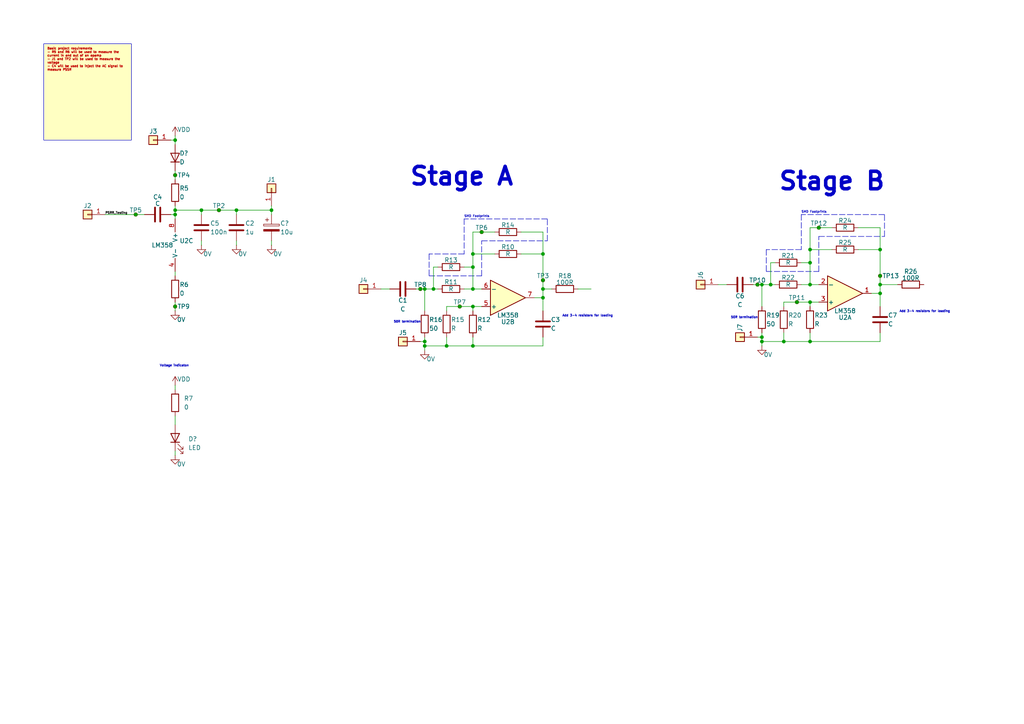
<source format=kicad_sch>
(kicad_sch (version 20250114) (generator "eeschema") (generator_version "9.0")
  (paper "A4")
  (title_block (title "${TITLE}") (date "2025-03-28") (rev "${REVISION}") (company "${COMPANY}"))
  (lib_symbols
    (symbol "Amplifier_Operational:LM358" (pin_names (offset 0.127))
      (property "Reference" "U" (at 0 5.08 0))
      (property "Value" "LM358" (at 0 -5.08 0))
      (symbol "LM358_1_1"
        (polyline (pts (xy -5.08 5.08) (xy 5.08 0) (xy -5.08 -5.08) (xy -5.08 5.08)) (stroke (width 0.254)) (fill (type background)))
        (pin input line (at -7.62 2.54 0) (length 2.54) (name "+") (number "3"))
        (pin input line (at -7.62 -2.54 0) (length 2.54) (name "-") (number "2"))
        (pin output line (at 7.62 0 180) (length 2.54) (name "~") (number "1"))
      )
      (symbol "LM358_2_1"
        (polyline (pts (xy -5.08 5.08) (xy 5.08 0) (xy -5.08 -5.08) (xy -5.08 5.08)) (stroke (width 0.254)) (fill (type background)))
        (pin input line (at -7.62 2.54 0) (length 2.54) (name "+") (number "5"))
        (pin input line (at -7.62 -2.54 0) (length 2.54) (name "-") (number "6"))
        (pin output line (at 7.62 0 180) (length 2.54) (name "~") (number "7"))
      )
      (symbol "LM358_3_1"
        (pin power_in line (at -2.54 7.62 270) (length 3.81) (name "V+") (number "8"))
        (pin power_in line (at -2.54 -7.62 90) (length 3.81) (name "V-") (number "4"))
      )
    )
    (symbol "Connector:TestPoint_Small" (pin_numbers (hide yes)) (pin_names (offset 0.762) (hide yes))
      (property "Reference" "TP" (at 0 3.81 0))
      (property "Value" "TestPoint_Small" (at 0 2.032 0))
      (symbol "TestPoint_Small_0_1"
        (circle (center 0 0) (radius 0.508))
      )
      (symbol "TestPoint_Small_1_1"
        (pin passive line (at 0 0 90) (length 0) (name "1") (number "1"))
      )
    )
    (symbol "Connector_Generic:Conn_01x01" (pin_names (offset 1.016) (hide yes))
      (property "Reference" "J" (at 0 2.54 0))
      (property "Value" "Conn_01x01" (at 0 -2.54 0))
      (symbol "Conn_01x01_1_1"
        (rectangle (start -1.27 1.27) (end 1.27 -1.27) (stroke (width 0.254)) (fill (type background)))
        (rectangle (start -1.27 0.127) (end 0 -0.127) (stroke (width 0.1524)))
        (pin passive line (at -5.08 0 0) (length 3.81) (name "Pin_1") (number "1"))
      )
    )
    (symbol "Device:C" (pin_numbers (hide yes)) (pin_names (offset 0.254))
      (property "Reference" "C" (at 0.635 2.54 0))
      (property "Value" "C" (at 0.635 -2.54 0))
      (symbol "C_0_1"
        (polyline (pts (xy -2.032 0.762) (xy 2.032 0.762)) (stroke (width 0.508)))
        (polyline (pts (xy -2.032 -0.762) (xy 2.032 -0.762)) (stroke (width 0.508)))
      )
      (symbol "C_1_1"
        (pin passive line (at 0 3.81 270) (length 2.794) (name "~") (number "1"))
        (pin passive line (at 0 -3.81 90) (length 2.794) (name "~") (number "2"))
      )
    )
    (symbol "Device:C_Polarized" (pin_numbers (hide yes)) (pin_names (offset 0.254))
      (property "Reference" "C" (at 0.635 2.54 0))
      (property "Value" "C_Polarized" (at 0.635 -2.54 0))
      (symbol "C_Polarized_0_1"
        (rectangle (start -2.286 0.508) (end 2.286 1.016))
        (polyline (pts (xy -1.778 2.286) (xy -0.762 2.286)))
        (polyline (pts (xy -1.27 2.794) (xy -1.27 1.778)))
        (rectangle (start 2.286 -0.508) (end -2.286 -1.016) (fill (type outline)))
      )
      (symbol "C_Polarized_1_1"
        (pin passive line (at 0 3.81 270) (length 2.794) (name "~") (number "1"))
        (pin passive line (at 0 -3.81 90) (length 2.794) (name "~") (number "2"))
      )
    )
    (symbol "Device:D" (pin_numbers (hide yes)) (pin_names (offset 1.016) (hide yes))
      (property "Reference" "D" (at 0 2.54 0))
      (property "Value" "D" (at 0 -2.54 0))
      (symbol "D_0_1"
        (polyline (pts (xy -1.27 1.27) (xy -1.27 -1.27)) (stroke (width 0.254)))
        (polyline (pts (xy 1.27 1.27) (xy 1.27 -1.27) (xy -1.27 0) (xy 1.27 1.27)) (stroke (width 0.254)))
        (polyline (pts (xy 1.27 0) (xy -1.27 0)))
      )
      (symbol "D_1_1"
        (pin passive line (at -3.81 0 0) (length 2.54) (name "K") (number "1"))
        (pin passive line (at 3.81 0 180) (length 2.54) (name "A") (number "2"))
      )
    )
    (symbol "Device:LED" (pin_numbers (hide yes)) (pin_names (offset 1.016) (hide yes))
      (property "Reference" "D" (at 0 2.54 0))
      (property "Value" "LED" (at 0 -2.54 0))
      (symbol "LED_0_1"
        (polyline (pts (xy -3.048 -0.762) (xy -4.572 -2.286) (xy -3.81 -2.286) (xy -4.572 -2.286) (xy -4.572 -1.524)))
        (polyline (pts (xy -1.778 -0.762) (xy -3.302 -2.286) (xy -2.54 -2.286) (xy -3.302 -2.286) (xy -3.302 -1.524)))
        (polyline (pts (xy -1.27 0) (xy 1.27 0)))
        (polyline (pts (xy -1.27 -1.27) (xy -1.27 1.27)) (stroke (width 0.254)))
        (polyline (pts (xy 1.27 -1.27) (xy 1.27 1.27) (xy -1.27 0) (xy 1.27 -1.27)) (stroke (width 0.254)))
      )
      (symbol "LED_1_1"
        (pin passive line (at -3.81 0 0) (length 2.54) (name "K") (number "1"))
        (pin passive line (at 3.81 0 180) (length 2.54) (name "A") (number "2"))
      )
    )
    (symbol "Device:R" (pin_numbers (hide yes)) (pin_names (offset 0))
      (property "Reference" "R" (at 2.032 0 90))
      (property "Value" "R" (at 0 0 90))
      (symbol "R_0_1"
        (rectangle (start -1.016 -2.54) (end 1.016 2.54) (stroke (width 0.254)))
      )
      (symbol "R_1_1"
        (pin passive line (at 0 3.81 270) (length 1.27) (name "~") (number "1"))
        (pin passive line (at 0 -3.81 90) (length 1.27) (name "~") (number "2"))
      )
    )
    (symbol "power:GND" (power) (pin_numbers (hide yes)) (pin_names (offset 0) (hide yes))
      (property "Value" "GND" (at 0 -3.81 0))
      (symbol "GND_0_1"
        (polyline (pts (xy 0 0) (xy 0 -1.27) (xy 1.27 -1.27) (xy 0 -2.54) (xy -1.27 -1.27) (xy 0 -1.27)))
      )
      (symbol "GND_1_1"
        (pin power_in line (at 0 0 270) (length 0) (name "~") (number "1"))
      )
    )
    (symbol "power:VDD" (power) (pin_numbers (hide yes)) (pin_names (offset 0) (hide yes))
      (property "Value" "VDD" (at 0 3.556 0))
      (symbol "VDD_0_1"
        (polyline (pts (xy -0.762 1.27) (xy 0 2.54)))
        (polyline (pts (xy 0 2.54) (xy 0.762 1.27)))
        (polyline (pts (xy 0 0) (xy 0 2.54)))
      )
      (symbol "VDD_1_1"
        (pin power_in line (at 0 0 90) (length 0) (name "~") (number "1"))
      )
    )
  )
  (text "Stage A" (at 133.9248 51.3036 0) (effects (font (size 5.08 5.08) (thickness 1.016) (bold yes))))
  (text "Stage B" (at 241.3 52.705 0) (effects (font (size 5.08 5.08) (thickness 1.016) (bold yes))))
  (text "SMD Footprints" (at 134.62 63.246 0) (effects (font (size 0.635 0.635) (thickness 0.127) (bold yes)) (justify left bottom)))
  (text "Add 3-4 resistors for loading" (at 170.434 91.694 0) (effects (font (size 0.635 0.635))))
  (text "SMD Footprints" (at 232.41 61.976 0) (effects (font (size 0.635 0.635) (thickness 0.127) (bold yes)) (justify left bottom)))
  (text "50R termination" (at 215.9 92.202 0) (effects (font (size 0.635 0.635))))
  (text "50R termination" (at 118.11 93.472 0) (effects (font (size 0.635 0.635))))
  (text "Voltage indicaton" (at 50.546 106.172 0) (effects (font (size 0.635 0.635))))
  (text "Add 3-4 resistors for loading" (at 268.224 90.424 0) (effects (font (size 0.635 0.635))))
  (text_box "Basic project requirements\n- R5 and R6 will be used to measure the current in and out of an opamp\n- J1 and TP2 will be used to measure the voltage\n- C4 will be used to inject the AC signal to measure PSSR" (at 12.7 12.7 0) (size 25.4 27.94) (margins 0.9525 0.9525 0.9525 0.9525) (fill (type color) (color 255 255 194 1)) (effects (font (size 0.635 0.635) (thickness 0.508) (bold yes)) (justify left top)))
  (junction (at 50.8 40.64))
  (junction (at 68.58 60.96))
  (junction (at 157.48 83.82))
  (junction (at 220.98 97.79))
  (junction (at 50.8 60.96))
  (junction (at 223.52 82.55))
  (junction (at 50.8 88.9))
  (junction (at 237.49 66.04))
  (junction (at 137.16 100.33))
  (junction (at 157.48 73.66))
  (junction (at 58.42 60.96))
  (junction (at 220.98 99.06))
  (junction (at 157.48 81.28))
  (junction (at 123.19 100.33))
  (junction (at 121.92 83.82))
  (junction (at 231.14 87.63))
  (junction (at 137.16 88.9))
  (junction (at 125.73 83.82))
  (junction (at 133.35 88.9))
  (junction (at 50.8 62.23))
  (junction (at 255.27 80.01))
  (junction (at 50.8 50.8))
  (junction (at 123.19 83.82))
  (junction (at 137.16 73.66))
  (junction (at 157.48 86.36))
  (junction (at 227.33 99.06))
  (junction (at 219.71 82.55))
  (junction (at 63.5 60.96))
  (junction (at 78.74 60.96))
  (junction (at 234.95 87.63))
  (junction (at 234.95 99.06))
  (junction (at 129.54 100.33))
  (junction (at 255.27 85.09))
  (junction (at 220.98 82.55))
  (junction (at 139.7 67.31))
  (junction (at 255.27 82.55))
  (junction (at 234.95 72.39))
  (junction (at 137.16 77.47))
  (junction (at 234.95 76.2))
  (junction (at 234.95 82.55))
  (junction (at 255.27 72.39))
  (junction (at 137.16 83.82))
  (junction (at 39.37 62.23))
  (junction (at 123.19 99.06))
  (polyline (pts (xy 256.54 62.23) (xy 232.41 62.23)) (stroke (width 0) (type dash)))
  (wire (pts (xy 137.16 67.31) (xy 137.16 73.66)))
  (wire (pts (xy 129.54 90.17) (xy 129.54 88.9)))
  (wire (pts (xy 234.95 99.06) (xy 234.95 96.52)))
  (wire (pts (xy 237.49 66.04) (xy 234.95 66.04)))
  (wire (pts (xy 157.48 73.66) (xy 151.13 73.66)))
  (wire (pts (xy 58.42 69.85) (xy 58.42 71.12)))
  (wire (pts (xy 78.74 60.96) (xy 68.58 60.96)))
  (polyline (pts (xy 134.62 63.5) (xy 134.62 73.66)) (stroke (width 0) (type dash)))
  (wire (pts (xy 219.71 82.55) (xy 220.98 82.55)))
  (wire (pts (xy 255.27 66.04) (xy 248.92 66.04)))
  (wire (pts (xy 143.51 73.66) (xy 137.16 73.66)))
  (wire (pts (xy 234.95 76.2) (xy 234.95 82.55)))
  (wire (pts (xy 58.42 60.96) (xy 58.42 62.23)))
  (wire (pts (xy 227.33 99.06) (xy 234.95 99.06)))
  (wire (pts (xy 137.16 77.47) (xy 137.16 83.82)))
  (wire (pts (xy 123.19 100.33) (xy 123.19 99.06)))
  (wire (pts (xy 143.51 67.31) (xy 139.7 67.31)))
  (wire (pts (xy 50.8 120.65) (xy 50.8 123.19)))
  (wire (pts (xy 255.27 85.09) (xy 255.27 88.9)))
  (wire (pts (xy 129.54 100.33) (xy 137.16 100.33)))
  (wire (pts (xy 255.27 80.01) (xy 255.27 72.39)))
  (wire (pts (xy 224.79 76.2) (xy 223.52 76.2)))
  (wire (pts (xy 123.19 100.33) (xy 129.54 100.33)))
  (polyline (pts (xy 134.62 73.66) (xy 124.46 73.66)) (stroke (width 0) (type dash)))
  (wire (pts (xy 218.44 82.55) (xy 219.71 82.55)))
  (wire (pts (xy 50.8 49.53) (xy 50.8 50.8)))
  (wire (pts (xy 129.54 100.33) (xy 129.54 97.79)))
  (wire (pts (xy 255.27 96.52) (xy 255.27 99.06)))
  (wire (pts (xy 227.33 99.06) (xy 227.33 96.52)))
  (wire (pts (xy 255.27 82.55) (xy 260.35 82.55)))
  (wire (pts (xy 78.74 59.69) (xy 78.74 60.96)))
  (polyline (pts (xy 158.75 69.85) (xy 158.75 63.5)) (stroke (width 0) (type dash)))
  (wire (pts (xy 137.16 100.33) (xy 137.16 97.79)))
  (polyline (pts (xy 222.25 78.74) (xy 237.49 78.74)) (stroke (width 0) (type dash)))
  (wire (pts (xy 234.95 66.04) (xy 234.95 72.39)))
  (wire (pts (xy 125.73 83.82) (xy 127 83.82)))
  (wire (pts (xy 220.98 82.55) (xy 223.52 82.55)))
  (wire (pts (xy 58.42 60.96) (xy 63.5 60.96)))
  (wire (pts (xy 50.8 60.96) (xy 58.42 60.96)))
  (wire (pts (xy 137.16 88.9) (xy 139.7 88.9)))
  (polyline (pts (xy 124.46 73.66) (xy 124.46 80.01)) (stroke (width 0) (type dash)))
  (wire (pts (xy 137.16 77.47) (xy 134.62 77.47)))
  (wire (pts (xy 234.95 99.06) (xy 255.27 99.06)))
  (wire (pts (xy 123.19 83.82) (xy 123.19 90.17)))
  (wire (pts (xy 63.5 60.96) (xy 68.58 60.96)))
  (wire (pts (xy 137.16 83.82) (xy 139.7 83.82)))
  (wire (pts (xy 127 77.47) (xy 125.73 77.47)))
  (wire (pts (xy 49.53 40.64) (xy 50.8 40.64)))
  (wire (pts (xy 137.16 90.17) (xy 137.16 88.9)))
  (wire (pts (xy 39.37 62.23) (xy 41.91 62.23)))
  (polyline (pts (xy 232.41 72.39) (xy 222.25 72.39)) (stroke (width 0) (type dash)))
  (wire (pts (xy 223.52 82.55) (xy 224.79 82.55)))
  (wire (pts (xy 123.19 83.82) (xy 125.73 83.82)))
  (wire (pts (xy 137.16 73.66) (xy 137.16 77.47)))
  (wire (pts (xy 121.92 99.06) (xy 123.19 99.06)))
  (wire (pts (xy 157.48 86.36) (xy 157.48 90.17)))
  (wire (pts (xy 234.95 87.63) (xy 237.49 87.63)))
  (wire (pts (xy 255.27 72.39) (xy 248.92 72.39)))
  (wire (pts (xy 157.48 83.82) (xy 157.48 81.28)))
  (polyline (pts (xy 256.54 68.58) (xy 256.54 62.23)) (stroke (width 0) (type dash)))
  (polyline (pts (xy 222.25 72.39) (xy 222.25 78.74)) (stroke (width 0) (type dash)))
  (wire (pts (xy 123.19 101.6) (xy 123.19 100.33)))
  (wire (pts (xy 220.98 99.06) (xy 227.33 99.06)))
  (wire (pts (xy 50.8 87.63) (xy 50.8 88.9)))
  (polyline (pts (xy 139.7 69.85) (xy 158.75 69.85)) (stroke (width 0) (type dash)))
  (polyline (pts (xy 124.46 80.01) (xy 139.7 80.01)) (stroke (width 0) (type dash)))
  (wire (pts (xy 123.19 99.06) (xy 123.19 97.79)))
  (wire (pts (xy 30.48 62.23) (xy 39.37 62.23)))
  (wire (pts (xy 139.7 67.31) (xy 137.16 67.31)))
  (wire (pts (xy 167.64 83.82) (xy 171.45 83.82)))
  (wire (pts (xy 50.8 60.96) (xy 50.8 62.23)))
  (wire (pts (xy 78.74 69.85) (xy 78.74 71.12)))
  (wire (pts (xy 157.48 86.36) (xy 157.48 83.82)))
  (wire (pts (xy 50.8 50.8) (xy 50.8 52.07)))
  (wire (pts (xy 227.33 88.9) (xy 227.33 87.63)))
  (wire (pts (xy 223.52 76.2) (xy 223.52 82.55)))
  (wire (pts (xy 157.48 97.79) (xy 157.48 100.33)))
  (wire (pts (xy 232.41 82.55) (xy 234.95 82.55)))
  (wire (pts (xy 234.95 76.2) (xy 232.41 76.2)))
  (wire (pts (xy 241.3 72.39) (xy 234.95 72.39)))
  (wire (pts (xy 255.27 72.39) (xy 255.27 66.04)))
  (wire (pts (xy 50.8 78.74) (xy 50.8 80.01)))
  (wire (pts (xy 157.48 67.31) (xy 151.13 67.31)))
  (wire (pts (xy 157.48 83.82) (xy 160.02 83.82)))
  (wire (pts (xy 234.95 82.55) (xy 237.49 82.55)))
  (wire (pts (xy 219.71 97.79) (xy 220.98 97.79)))
  (wire (pts (xy 50.8 111.76) (xy 50.8 113.03)))
  (wire (pts (xy 255.27 85.09) (xy 255.27 82.55)))
  (wire (pts (xy 110.49 83.82) (xy 113.03 83.82)))
  (wire (pts (xy 137.16 100.33) (xy 157.48 100.33)))
  (wire (pts (xy 129.54 88.9) (xy 133.35 88.9)))
  (wire (pts (xy 154.94 86.36) (xy 157.48 86.36)))
  (wire (pts (xy 220.98 97.79) (xy 220.98 96.52)))
  (wire (pts (xy 134.62 83.82) (xy 137.16 83.82)))
  (wire (pts (xy 50.8 130.81) (xy 50.8 132.08)))
  (wire (pts (xy 50.8 59.69) (xy 50.8 60.96)))
  (polyline (pts (xy 232.41 62.23) (xy 232.41 72.39)) (stroke (width 0) (type dash)))
  (wire (pts (xy 234.95 72.39) (xy 234.95 76.2)))
  (wire (pts (xy 157.48 73.66) (xy 157.48 67.31)))
  (wire (pts (xy 241.3 66.04) (xy 237.49 66.04)))
  (polyline (pts (xy 237.49 78.74) (xy 237.49 68.58)) (stroke (width 0) (type dash)))
  (polyline (pts (xy 139.7 80.01) (xy 139.7 69.85)) (stroke (width 0) (type dash)))
  (wire (pts (xy 121.92 83.82) (xy 123.19 83.82)))
  (wire (pts (xy 231.14 87.63) (xy 234.95 87.63)))
  (wire (pts (xy 50.8 40.64) (xy 50.8 41.91)))
  (wire (pts (xy 208.28 82.55) (xy 210.82 82.55)))
  (wire (pts (xy 220.98 99.06) (xy 220.98 97.79)))
  (wire (pts (xy 227.33 87.63) (xy 231.14 87.63)))
  (polyline (pts (xy 158.75 63.5) (xy 134.62 63.5)) (stroke (width 0) (type dash)))
  (wire (pts (xy 220.98 100.33) (xy 220.98 99.06)))
  (polyline (pts (xy 237.49 68.58) (xy 256.54 68.58)) (stroke (width 0) (type dash)))
  (wire (pts (xy 252.73 85.09) (xy 255.27 85.09)))
  (wire (pts (xy 220.98 82.55) (xy 220.98 88.9)))
  (wire (pts (xy 78.74 60.96) (xy 78.74 62.23)))
  (wire (pts (xy 157.48 81.28) (xy 157.48 73.66)))
  (wire (pts (xy 234.95 88.9) (xy 234.95 87.63)))
  (wire (pts (xy 133.35 88.9) (xy 137.16 88.9)))
  (wire (pts (xy 68.58 60.96) (xy 68.58 62.23)))
  (wire (pts (xy 120.65 83.82) (xy 121.92 83.82)))
  (wire (pts (xy 49.53 62.23) (xy 50.8 62.23)))
  (wire (pts (xy 50.8 62.23) (xy 50.8 63.5)))
  (wire (pts (xy 50.8 88.9) (xy 50.8 90.17)))
  (wire (pts (xy 50.8 39.37) (xy 50.8 40.64)))
  (wire (pts (xy 255.27 82.55) (xy 255.27 80.01)))
  (wire (pts (xy 125.73 77.47) (xy 125.73 83.82)))
  (wire (pts (xy 68.58 69.85) (xy 68.58 71.12)))
  (label "PSRR_Testing" (at 30.48 62.23 0) (effects (font (size 0.635 0.635))))
  (symbol (lib_id "Device:C") (at 68.58 66.04 0) (unit 1)
    (property "Reference" "C2" (at 71.12 64.77 0) (effects (justify left)))
    (property "Value" "1u" (at 71.12 67.31 0) (effects (justify left)))
    (property "Footprint" "Capacitor_THT:C_Disc_D7.5mm_W2.5mm_P5.00mm" (effects (hide yes)))
    (property "Description" "Unpolarized capacitor" (effects (hide yes)))
  )
  (symbol (lib_id "Device:R") (at 227.33 92.71 0) (unit 1)
    (property "Reference" "R20" (at 228.6 91.44 0) (effects (justify left)))
    (property "Value" "R" (at 228.6 93.98 0) (effects (justify left)))
    (property "Footprint" "Resistor_SMD:R_0805_2012Metric" (effects (hide yes)))
    (property "Description" "Resistor" (effects (hide yes)))
  )
  (symbol (lib_id "power:VDD") (at 50.8 111.76 0) (unit 1)
    (property "Reference" "#PWR0107" (effects (hide yes)))
    (property "Value" "VDD" (at 53.34 109.982 0))
    (property "Description" "Power symbol creates a global label with name \"VDD\"" (effects (hide yes)))
  )
  (symbol (lib_id "Device:LED") (at 50.8 127 90) (unit 1)
    (property "Reference" "D?" (at 54.61 127.3174 90) (effects (justify right)))
    (property "Value" "LED" (at 54.61 129.8574 90) (effects (justify right)))
    (property "Description" "Light emitting diode" (effects (hide yes)))
    (property "Sim.Pins" "1=K 2=A" (effects (hide yes)))
  )
  (symbol (lib_id "Connector:TestPoint_Small") (at 50.8 50.8 0) (unit 1)
    (property "Reference" "TP4" (at 53.34 50.8 0))
    (property "Value" "TestPoint_Small" (effects (hide yes)))
    (property "Description" "test point" (effects (hide yes)))
  )
  (symbol (lib_id "Device:R") (at 147.32 73.66 90) (unit 1)
    (property "Reference" "R10" (at 147.32 71.628 90))
    (property "Value" "R" (at 147.32 73.66 90))
    (property "Footprint" "Resistor_THT:R_Axial_DIN0207_L6.3mm_D2.5mm_P10.16mm_Horizontal" (effects (hide yes)))
    (property "Description" "Resistor" (effects (hide yes)))
  )
  (symbol (lib_id "Device:R") (at 130.81 77.47 90) (unit 1)
    (property "Reference" "R13" (at 130.81 75.438 90))
    (property "Value" "R" (at 130.81 77.47 90))
    (property "Footprint" "Resistor_SMD:R_0805_2012Metric" (effects (hide yes)))
    (property "Description" "Resistor" (effects (hide yes)))
  )
  (symbol (lib_id "Connector:TestPoint_Small") (at 50.8 88.9 0) (unit 1)
    (property "Reference" "TP9" (at 51.435 88.9 0) (effects (justify left)))
    (property "Value" "TestPoint_Small" (effects (hide yes)))
    (property "Description" "test point" (effects (hide yes)))
  )
  (symbol (lib_id "Device:R") (at 50.8 55.88 0) (unit 1)
    (property "Reference" "R5" (at 52.07 54.61 0) (effects (justify left)))
    (property "Value" "0" (at 52.07 57.15 0) (effects (justify left)))
    (property "Description" "Resistor" (effects (hide yes)))
  )
  (symbol (lib_id "Device:C_Polarized") (at 78.74 66.04 0) (unit 1)
    (property "Reference" "C?" (at 81.28 64.77 0) (effects (justify left)))
    (property "Value" "10u" (at 81.28 67.31 0) (effects (justify left)))
    (property "Description" "Polarized capacitor" (effects (hide yes)))
  )
  (symbol (lib_id "power:GND") (at 50.8 90.17 0) (unit 1)
    (property "Reference" "#PWR0101" (effects (hide yes)))
    (property "Value" "0V" (at 52.578 92.71 0))
    (property "Description" "Power symbol creates a global label with name \"GND\" , ground" (effects (hide yes)))
  )
  (symbol (lib_id "Device:C") (at 255.27 92.71 180) (unit 1)
    (property "Reference" "C7" (at 257.556 91.44 0) (effects (justify right)))
    (property "Value" "C" (at 257.556 93.98 0) (effects (justify right)))
    (property "Description" "Unpolarized capacitor" (effects (hide yes)))
  )
  (symbol (lib_id "Device:R") (at 137.16 93.98 0) (unit 1)
    (property "Reference" "R12" (at 138.43 92.71 0) (effects (justify left)))
    (property "Value" "R" (at 138.43 95.25 0) (effects (justify left)))
    (property "Footprint" "Resistor_THT:R_Axial_DIN0207_L6.3mm_D2.5mm_P10.16mm_Horizontal" (effects (hide yes)))
    (property "Description" "Resistor" (effects (hide yes)))
  )
  (symbol (lib_id "Device:R") (at 220.98 92.71 0) (unit 1)
    (property "Reference" "R19" (at 222.25 91.44 0) (effects (justify left)))
    (property "Value" "50" (at 222.25 93.98 0) (effects (justify left)))
    (property "Description" "Resistor" (effects (hide yes)))
  )
  (symbol (lib_id "Connector_Generic:Conn_01x01") (at 44.45 40.64 180) (unit 1)
    (property "Reference" "J3" (at 44.45 38.1 0))
    (property "Value" "Conn_01x01" (effects (hide yes)))
    (property "Footprint" "Connector_PinHeader_2.54mm:PinHeader_1x01_P2.54mm_Vertical" (effects (hide yes)))
    (property "Description" "Generic connector, single row, 01x01, script generated (kicad-library-utils/schlib/autogen/connector/)" (effects (hide yes)))
  )
  (symbol (lib_id "Device:R") (at 228.6 82.55 90) (unit 1)
    (property "Reference" "R22" (at 228.6 80.518 90))
    (property "Value" "R" (at 228.6 82.55 90))
    (property "Footprint" "Resistor_THT:R_Axial_DIN0207_L6.3mm_D2.5mm_P10.16mm_Horizontal" (effects (hide yes)))
    (property "Description" "Resistor" (effects (hide yes)))
  )
  (symbol (lib_id "Device:R") (at 234.95 92.71 0) (unit 1)
    (property "Reference" "R23" (at 236.22 91.44 0) (effects (justify left)))
    (property "Value" "R" (at 236.22 93.98 0) (effects (justify left)))
    (property "Footprint" "Resistor_THT:R_Axial_DIN0207_L6.3mm_D2.5mm_P10.16mm_Horizontal" (effects (hide yes)))
    (property "Description" "Resistor" (effects (hide yes)))
  )
  (symbol (lib_id "power:GND") (at 58.42 71.12 0) (unit 1)
    (property "Reference" "#PWR0114" (effects (hide yes)))
    (property "Value" "0V" (at 60.198 73.66 0))
    (property "Description" "Power symbol creates a global label with name \"GND\" , ground" (effects (hide yes)))
  )
  (symbol (lib_id "Device:R") (at 264.16 82.55 90) (unit 1)
    (property "Reference" "R26" (at 264.16 78.74 90))
    (property "Value" "100R" (at 264.16 80.645 90))
    (property "Description" "Resistor" (effects (hide yes)))
  )
  (symbol (lib_id "Device:C") (at 58.42 66.04 0) (unit 1)
    (property "Reference" "C5" (at 60.96 64.77 0) (effects (justify left)))
    (property "Value" "100n" (at 60.96 67.31 0) (effects (justify left)))
    (property "Footprint" "Capacitor_THT:C_Disc_D7.5mm_W2.5mm_P5.00mm" (effects (hide yes)))
    (property "Description" "Unpolarized capacitor" (effects (hide yes)))
  )
  (symbol (lib_id "power:GND") (at 68.58 71.12 0) (unit 1)
    (property "Reference" "#PWR0115" (effects (hide yes)))
    (property "Value" "0V" (at 70.358 73.66 0))
    (property "Description" "Power symbol creates a global label with name \"GND\" , ground" (effects (hide yes)))
  )
  (symbol (lib_id "Device:R") (at 123.19 93.98 0) (unit 1)
    (property "Reference" "R16" (at 124.46 92.71 0) (effects (justify left)))
    (property "Value" "50" (at 124.46 95.25 0) (effects (justify left)))
    (property "Description" "Resistor" (effects (hide yes)))
  )
  (symbol (lib_id "Device:R") (at 163.83 83.82 90) (unit 1)
    (property "Reference" "R18" (at 163.83 80.01 90))
    (property "Value" "100R" (at 163.83 81.915 90))
    (property "Description" "Resistor" (effects (hide yes)))
  )
  (symbol (lib_id "Device:C") (at 157.48 93.98 180) (unit 1)
    (property "Reference" "C3" (at 159.766 92.71 0) (effects (justify right)))
    (property "Value" "C" (at 159.766 95.25 0) (effects (justify right)))
    (property "Description" "Unpolarized capacitor" (effects (hide yes)))
  )
  (symbol (lib_id "power:GND") (at 50.8 132.08 0) (unit 1)
    (property "Reference" "#PWR0118" (effects (hide yes)))
    (property "Value" "0V" (at 52.578 134.62 0))
    (property "Description" "Power symbol creates a global label with name \"GND\" , ground" (effects (hide yes)))
  )
  (symbol (lib_id "Device:C") (at 214.63 82.55 90) (unit 1)
    (property "Reference" "C6" (at 214.63 85.852 90))
    (property "Value" "C" (at 214.63 88.392 90))
    (property "Footprint" "Capacitor_THT:C_Disc_D3.8mm_W2.6mm_P2.50mm" (effects (hide yes)))
    (property "Description" "Unpolarized capacitor" (effects (hide yes)))
  )
  (symbol (lib_id "Device:R") (at 130.81 83.82 90) (unit 1)
    (property "Reference" "R11" (at 130.81 81.788 90))
    (property "Value" "R" (at 130.81 83.82 90))
    (property "Footprint" "Resistor_THT:R_Axial_DIN0207_L6.3mm_D2.5mm_P10.16mm_Horizontal" (effects (hide yes)))
    (property "Description" "Resistor" (effects (hide yes)))
  )
  (symbol (lib_id "Connector_Generic:Conn_01x01") (at 25.4 62.23 180) (unit 1)
    (property "Reference" "J2" (at 25.4 59.69 0))
    (property "Value" "Conn_01x01" (effects (hide yes)))
    (property "Footprint" "Connector_PinHeader_2.54mm:PinHeader_1x01_P2.54mm_Vertical" (effects (hide yes)))
    (property "Description" "Generic connector, single row, 01x01, script generated (kicad-library-utils/schlib/autogen/connector/)" (effects (hide yes)))
  )
  (symbol (lib_id "Device:R") (at 129.54 93.98 0) (unit 1)
    (property "Reference" "R15" (at 130.81 92.71 0) (effects (justify left)))
    (property "Value" "R" (at 130.81 95.25 0) (effects (justify left)))
    (property "Footprint" "Resistor_SMD:R_0805_2012Metric" (effects (hide yes)))
    (property "Description" "Resistor" (effects (hide yes)))
  )
  (symbol (lib_id "Connector_Generic:Conn_01x01") (at 214.63 97.79 180) (unit 1)
    (property "Reference" "J7" (at 214.63 96.266 90) (effects (justify right)))
    (property "Value" "Conn_01x01" (effects (hide yes)))
    (property "Footprint" "Connector_PinHeader_2.54mm:PinHeader_1x01_P2.54mm_Vertical" (effects (hide yes)))
    (property "Description" "Generic connector, single row, 01x01, script generated (kicad-library-utils/schlib/autogen/connector/)" (effects (hide yes)))
  )
  (symbol (lib_id "Connector:TestPoint_Small") (at 121.92 83.82 0) (unit 1)
    (property "Reference" "TP8" (at 121.92 82.55 0))
    (property "Value" "TestPoint_Small" (effects (hide yes)))
    (property "Description" "test point" (effects (hide yes)))
  )
  (symbol (lib_id "Connector:TestPoint_Small") (at 255.27 80.01 0) (unit 1)
    (property "Reference" "TP13" (at 255.905 80.01 0) (effects (justify left)))
    (property "Value" "TestPoint_Small" (effects (hide yes)))
    (property "Description" "test point" (effects (hide yes)))
  )
  (symbol (lib_id "Device:R") (at 245.11 66.04 90) (unit 1)
    (property "Reference" "R24" (at 245.11 64.008 90))
    (property "Value" "R" (at 245.11 66.04 90))
    (property "Footprint" "Resistor_SMD:R_0805_2012Metric" (effects (hide yes)))
    (property "Description" "Resistor" (effects (hide yes)))
  )
  (symbol (lib_id "Connector:TestPoint_Small") (at 139.7 67.31 0) (unit 1)
    (property "Reference" "TP6" (at 139.7 66.04 0))
    (property "Value" "TestPoint_Small" (effects (hide yes)))
    (property "Description" "test point" (effects (hide yes)))
  )
  (symbol (lib_id "Connector:TestPoint_Small") (at 231.14 87.63 0) (unit 1)
    (property "Reference" "TP11" (at 231.14 86.36 0))
    (property "Value" "TestPoint_Small" (effects (hide yes)))
    (property "Description" "test point" (effects (hide yes)))
  )
  (symbol (lib_id "Device:D") (at 50.8 45.72 90) (unit 1)
    (property "Reference" "D?" (at 52.07 44.45 90) (effects (justify right)))
    (property "Value" "D" (at 52.07 46.99 90) (effects (justify right)))
    (property "Description" "Diode" (effects (hide yes)))
    (property "Sim.Device" "D" (effects (hide yes)))
    (property "Sim.Pins" "1=K 2=A" (effects (hide yes)))
  )
  (symbol (lib_id "Connector:TestPoint_Small") (at 39.37 62.23 0) (unit 1)
    (property "Reference" "TP5" (at 39.37 60.96 0))
    (property "Value" "TestPoint_Small" (effects (hide yes)))
    (property "Description" "test point" (effects (hide yes)))
  )
  (symbol (lib_id "Device:R") (at 50.8 116.84 0) (unit 1)
    (property "Reference" "R7" (at 53.34 115.5699 0) (effects (justify left)))
    (property "Value" "0" (at 53.34 118.1099 0) (effects (justify left)))
    (property "Description" "Resistor" (effects (hide yes)))
  )
  (symbol (lib_id "Device:R") (at 50.8 83.82 0) (unit 1)
    (property "Reference" "R6" (at 52.07 82.55 0) (effects (justify left)))
    (property "Value" "0" (at 52.07 85.09 0) (effects (justify left)))
    (property "Description" "Resistor" (effects (hide yes)))
  )
  (symbol (lib_id "Connector_Generic:Conn_01x01") (at 78.74 54.61 90) (unit 1)
    (property "Reference" "J1" (at 78.74 52.07 90))
    (property "Value" "Conn_01x01" (effects (hide yes)))
    (property "Footprint" "Connector_PinHeader_2.54mm:PinHeader_1x01_P2.54mm_Vertical" (effects (hide yes)))
    (property "Description" "Generic connector, single row, 01x01, script generated (kicad-library-utils/schlib/autogen/connector/)" (effects (hide yes)))
  )
  (symbol (lib_id "Connector:TestPoint_Small") (at 63.5 60.96 0) (unit 1)
    (property "Reference" "TP2" (at 63.5 59.69 0))
    (property "Value" "TestPoint_Small" (effects (hide yes)))
    (property "Description" "test point" (effects (hide yes)))
  )
  (symbol (lib_id "Connector:TestPoint_Small") (at 133.35 88.9 0) (unit 1)
    (property "Reference" "TP7" (at 133.35 87.63 0))
    (property "Value" "TestPoint_Small" (effects (hide yes)))
    (property "Description" "test point" (effects (hide yes)))
  )
  (symbol (lib_id "Device:R") (at 228.6 76.2 90) (unit 1)
    (property "Reference" "R21" (at 228.6 74.168 90))
    (property "Value" "R" (at 228.6 76.2 90))
    (property "Footprint" "Resistor_SMD:R_0805_2012Metric" (effects (hide yes)))
    (property "Description" "Resistor" (effects (hide yes)))
  )
  (symbol (lib_id "Amplifier_Operational:LM358") (at 245.11 85.09 0) (mirror x) (unit 1)
    (property "Reference" "U2" (at 245.11 92.075 0))
    (property "Value" "LM358" (at 245.11 90.17 0))
    (property "Footprint" "Package_DIP:DIP-8_W7.62mm_Socket" (effects (hide yes)))
    (property "Datasheet" "http://www.ti.com/lit/ds/symlink/lm2904-n.pdf" (effects (hide yes)))
    (property "Description" "Low-Power, Dual Operational Amplifiers, DIP-8/SOIC-8/TO-99-8" (effects (hide yes)))
  )
  (symbol (lib_id "Amplifier_Operational:LM358") (at 53.34 71.12 0) (unit 3)
    (property "Reference" "U2" (at 52.07 69.85 0) (effects (justify left)))
    (property "Value" "LM358" (at 43.942 71.12 0) (effects (justify left)))
    (property "Footprint" "Package_DIP:DIP-8_W7.62mm_Socket" (effects (hide yes)))
    (property "Datasheet" "http://www.ti.com/lit/ds/symlink/lm2904-n.pdf" (effects (hide yes)))
    (property "Description" "Low-Power, Dual Operational Amplifiers, DIP-8/SOIC-8/TO-99-8" (effects (hide yes)))
  )
  (symbol (lib_id "Connector_Generic:Conn_01x01") (at 105.41 83.82 180) (unit 1)
    (property "Reference" "J4" (at 105.41 81.28 0))
    (property "Value" "Conn_01x01" (effects (hide yes)))
    (property "Footprint" "Connector_PinHeader_2.54mm:PinHeader_1x01_P2.54mm_Vertical" (effects (hide yes)))
    (property "Description" "Generic connector, single row, 01x01, script generated (kicad-library-utils/schlib/autogen/connector/)" (effects (hide yes)))
  )
  (symbol (lib_id "Device:R") (at 147.32 67.31 90) (unit 1)
    (property "Reference" "R14" (at 147.32 65.278 90))
    (property "Value" "R" (at 147.32 67.31 90))
    (property "Footprint" "Resistor_SMD:R_0805_2012Metric" (effects (hide yes)))
    (property "Description" "Resistor" (effects (hide yes)))
  )
  (symbol (lib_id "power:GND") (at 78.74 71.12 0) (unit 1)
    (property "Reference" "#PWR0117" (effects (hide yes)))
    (property "Value" "0V" (at 80.518 73.66 0))
    (property "Description" "Power symbol creates a global label with name \"GND\" , ground" (effects (hide yes)))
  )
  (symbol (lib_id "Device:C") (at 45.72 62.23 90) (mirror x) (unit 1)
    (property "Reference" "C4" (at 45.72 57.15 90))
    (property "Value" "C" (at 45.72 59.055 90))
    (property "Description" "Unpolarized capacitor" (effects (hide yes)))
  )
  (symbol (lib_id "Device:R") (at 245.11 72.39 90) (unit 1)
    (property "Reference" "R25" (at 245.11 70.358 90))
    (property "Value" "R" (at 245.11 72.39 90))
    (property "Footprint" "Resistor_THT:R_Axial_DIN0207_L6.3mm_D2.5mm_P10.16mm_Horizontal" (effects (hide yes)))
    (property "Description" "Resistor" (effects (hide yes)))
  )
  (symbol (lib_id "power:GND") (at 220.98 100.33 0) (unit 1)
    (property "Reference" "#PWR0116" (effects (hide yes)))
    (property "Value" "0V" (at 222.758 102.87 0))
    (property "Description" "Power symbol creates a global label with name \"GND\" , ground" (effects (hide yes)))
  )
  (symbol (lib_id "Connector:TestPoint_Small") (at 219.71 82.55 0) (unit 1)
    (property "Reference" "TP10" (at 219.71 81.28 0))
    (property "Value" "TestPoint_Small" (effects (hide yes)))
    (property "Description" "test point" (effects (hide yes)))
  )
  (symbol (lib_id "Device:C") (at 116.84 83.82 90) (unit 1)
    (property "Reference" "C1" (at 116.84 87.122 90))
    (property "Value" "C" (at 116.84 89.662 90))
    (property "Footprint" "Capacitor_THT:C_Disc_D3.8mm_W2.6mm_P2.50mm" (effects (hide yes)))
    (property "Description" "Unpolarized capacitor" (effects (hide yes)))
  )
  (symbol (lib_id "Connector_Generic:Conn_01x01") (at 203.2 82.55 180) (unit 1)
    (property "Reference" "J6" (at 203.2 81.026 90) (effects (justify right)))
    (property "Value" "Conn_01x01" (effects (hide yes)))
    (property "Footprint" "Connector_PinHeader_2.54mm:PinHeader_1x01_P2.54mm_Vertical" (effects (hide yes)))
    (property "Description" "Generic connector, single row, 01x01, script generated (kicad-library-utils/schlib/autogen/connector/)" (effects (hide yes)))
  )
  (symbol (lib_id "power:VDD") (at 50.8 39.37 0) (unit 1)
    (property "Reference" "#PWR0106" (effects (hide yes)))
    (property "Value" "VDD" (at 53.34 37.592 0))
    (property "Description" "Power symbol creates a global label with name \"VDD\"" (effects (hide yes)))
  )
  (symbol (lib_id "Connector:TestPoint_Small") (at 237.49 66.04 0) (unit 1)
    (property "Reference" "TP12" (at 237.49 64.77 0))
    (property "Value" "TestPoint_Small" (effects (hide yes)))
    (property "Description" "test point" (effects (hide yes)))
  )
  (symbol (lib_id "Amplifier_Operational:LM358") (at 147.32 86.36 0) (mirror x) (unit 2)
    (property "Reference" "U2" (at 147.32 93.345 0))
    (property "Value" "LM358" (at 147.32 91.44 0))
    (property "Footprint" "Package_DIP:DIP-8_W7.62mm_Socket" (effects (hide yes)))
    (property "Datasheet" "http://www.ti.com/lit/ds/symlink/lm2904-n.pdf" (effects (hide yes)))
    (property "Description" "Low-Power, Dual Operational Amplifiers, DIP-8/SOIC-8/TO-99-8" (effects (hide yes)))
  )
  (symbol (lib_id "power:GND") (at 123.19 101.6 0) (unit 1)
    (property "Reference" "#PWR0113" (effects (hide yes)))
    (property "Value" "0V" (at 124.968 104.14 0))
    (property "Description" "Power symbol creates a global label with name \"GND\" , ground" (effects (hide yes)))
  )
  (symbol (lib_id "Connector:TestPoint_Small") (at 157.48 81.28 0) (unit 1)
    (property "Reference" "TP3" (at 157.48 80.01 0))
    (property "Value" "TestPoint_Small" (effects (hide yes)))
    (property "Description" "test point" (effects (hide yes)))
  )
  (symbol (lib_id "Connector_Generic:Conn_01x01") (at 116.84 99.06 180) (unit 1)
    (property "Reference" "J5" (at 116.84 96.52 0))
    (property "Value" "Conn_01x01" (effects (hide yes)))
    (property "Footprint" "Connector_PinHeader_2.54mm:PinHeader_1x01_P2.54mm_Vertical" (effects (hide yes)))
    (property "Description" "Generic connector, single row, 01x01, script generated (kicad-library-utils/schlib/autogen/connector/)" (effects (hide yes)))
  )
)
</source>
